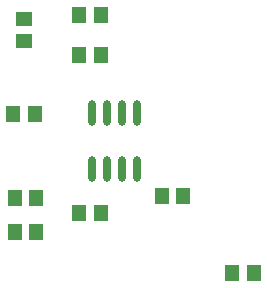
<source format=gbp>
%FSLAX42Y42*%
%MOMM*%
G71*
G01*
G75*
G04 Layer_Color=128*
%ADD10O,0.60X2.20*%
%ADD11R,0.65X1.10*%
%ADD12R,1.20X1.40*%
%ADD13R,1.40X1.20*%
%ADD14R,2.00X1.30*%
%ADD15R,2.00X2.00*%
%ADD16R,1.40X1.10*%
%ADD17R,1.10X0.65*%
%ADD18O,0.60X2.30*%
%ADD19C,0.25*%
%ADD20R,1.50X1.50*%
%ADD21C,1.50*%
%ADD22R,1.50X1.50*%
%ADD23C,2.50*%
%ADD24C,1.27*%
%ADD25C,0.25*%
%ADD26C,0.60*%
%ADD27C,0.20*%
%ADD28O,0.80X2.40*%
%ADD29R,0.85X1.30*%
%ADD30R,1.40X1.60*%
%ADD31R,1.60X1.40*%
%ADD32R,2.20X1.50*%
%ADD33R,2.20X2.20*%
%ADD34R,1.60X1.30*%
%ADD35R,1.30X0.85*%
%ADD36O,0.80X2.50*%
%ADD37R,1.70X1.70*%
%ADD38C,1.70*%
%ADD39R,1.70X1.70*%
%ADD40C,2.70*%
%ADD41C,1.47*%
D10*
X3975Y3186D02*
D03*
X4102D02*
D03*
X4229D02*
D03*
X4356D02*
D03*
X3975Y2706D02*
D03*
X4102D02*
D03*
X4229D02*
D03*
X4356D02*
D03*
D12*
X4052Y3670D02*
D03*
X3872D02*
D03*
X5348Y1829D02*
D03*
X5168D02*
D03*
X4751Y2476D02*
D03*
X4571D02*
D03*
X4052Y2337D02*
D03*
X3872D02*
D03*
X3326Y2172D02*
D03*
X3506D02*
D03*
X3326Y2464D02*
D03*
X3506D02*
D03*
X3494Y3175D02*
D03*
X3314D02*
D03*
X3872Y4013D02*
D03*
X4052D02*
D03*
D13*
X3404Y3976D02*
D03*
Y3796D02*
D03*
M02*

</source>
